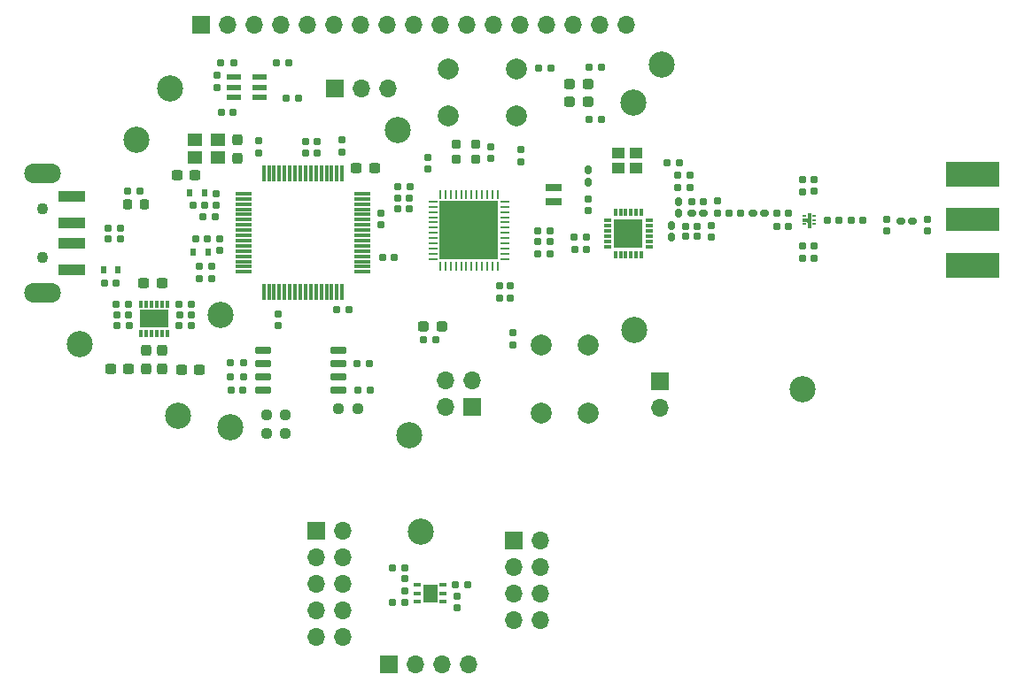
<source format=gts>
G04 #@! TF.GenerationSoftware,KiCad,Pcbnew,6.0.7*
G04 #@! TF.CreationDate,2022-07-31T19:24:19+02:00*
G04 #@! TF.ProjectId,LoRaDongle_iCE40,4c6f5261-446f-46e6-976c-655f69434534,1.0*
G04 #@! TF.SameCoordinates,Original*
G04 #@! TF.FileFunction,Soldermask,Top*
G04 #@! TF.FilePolarity,Negative*
%FSLAX46Y46*%
G04 Gerber Fmt 4.6, Leading zero omitted, Abs format (unit mm)*
G04 Created by KiCad (PCBNEW 6.0.7) date 2022-07-31 19:24:19*
%MOMM*%
%LPD*%
G01*
G04 APERTURE LIST*
G04 Aperture macros list*
%AMRoundRect*
0 Rectangle with rounded corners*
0 $1 Rounding radius*
0 $2 $3 $4 $5 $6 $7 $8 $9 X,Y pos of 4 corners*
0 Add a 4 corners polygon primitive as box body*
4,1,4,$2,$3,$4,$5,$6,$7,$8,$9,$2,$3,0*
0 Add four circle primitives for the rounded corners*
1,1,$1+$1,$2,$3*
1,1,$1+$1,$4,$5*
1,1,$1+$1,$6,$7*
1,1,$1+$1,$8,$9*
0 Add four rect primitives between the rounded corners*
20,1,$1+$1,$2,$3,$4,$5,0*
20,1,$1+$1,$4,$5,$6,$7,0*
20,1,$1+$1,$6,$7,$8,$9,0*
20,1,$1+$1,$8,$9,$2,$3,0*%
G04 Aperture macros list end*
%ADD10C,0.001000*%
%ADD11RoundRect,0.160000X-0.197500X-0.160000X0.197500X-0.160000X0.197500X0.160000X-0.197500X0.160000X0*%
%ADD12C,2.500000*%
%ADD13RoundRect,0.218750X0.218750X0.256250X-0.218750X0.256250X-0.218750X-0.256250X0.218750X-0.256250X0*%
%ADD14RoundRect,0.155000X0.212500X0.155000X-0.212500X0.155000X-0.212500X-0.155000X0.212500X-0.155000X0*%
%ADD15RoundRect,0.155000X0.155000X-0.212500X0.155000X0.212500X-0.155000X0.212500X-0.155000X-0.212500X0*%
%ADD16RoundRect,0.160000X0.197500X0.160000X-0.197500X0.160000X-0.197500X-0.160000X0.197500X-0.160000X0*%
%ADD17R,0.600000X0.800000*%
%ADD18C,2.000000*%
%ADD19RoundRect,0.155000X-0.155000X0.212500X-0.155000X-0.212500X0.155000X-0.212500X0.155000X0.212500X0*%
%ADD20RoundRect,0.155000X-0.212500X-0.155000X0.212500X-0.155000X0.212500X0.155000X-0.212500X0.155000X0*%
%ADD21C,1.100000*%
%ADD22R,2.500000X1.100000*%
%ADD23O,3.500000X1.900000*%
%ADD24RoundRect,0.237500X-0.237500X0.300000X-0.237500X-0.300000X0.237500X-0.300000X0.237500X0.300000X0*%
%ADD25RoundRect,0.237500X0.300000X0.237500X-0.300000X0.237500X-0.300000X-0.237500X0.300000X-0.237500X0*%
%ADD26R,1.400000X1.200000*%
%ADD27RoundRect,0.160000X0.160000X-0.222500X0.160000X0.222500X-0.160000X0.222500X-0.160000X-0.222500X0*%
%ADD28RoundRect,0.160000X-0.160000X0.222500X-0.160000X-0.222500X0.160000X-0.222500X0.160000X0.222500X0*%
%ADD29RoundRect,0.160000X-0.222500X-0.160000X0.222500X-0.160000X0.222500X0.160000X-0.222500X0.160000X0*%
%ADD30R,0.330000X0.150000*%
%ADD31R,0.300000X0.800000*%
%ADD32R,0.800000X0.300000*%
%ADD33R,2.700000X2.700000*%
%ADD34R,1.600000X0.650000*%
%ADD35RoundRect,0.160000X0.160000X-0.197500X0.160000X0.197500X-0.160000X0.197500X-0.160000X-0.197500X0*%
%ADD36RoundRect,0.237500X-0.237500X0.287500X-0.237500X-0.287500X0.237500X-0.287500X0.237500X0.287500X0*%
%ADD37RoundRect,0.237500X0.237500X-0.287500X0.237500X0.287500X-0.237500X0.287500X-0.237500X-0.287500X0*%
%ADD38RoundRect,0.237500X-0.300000X-0.237500X0.300000X-0.237500X0.300000X0.237500X-0.300000X0.237500X0*%
%ADD39R,1.400000X0.600000*%
%ADD40R,0.300000X0.650000*%
%ADD41R,2.750000X1.750000*%
%ADD42RoundRect,0.200000X-0.250000X0.200000X-0.250000X-0.200000X0.250000X-0.200000X0.250000X0.200000X0*%
%ADD43RoundRect,0.237500X-0.287500X-0.237500X0.287500X-0.237500X0.287500X0.237500X-0.287500X0.237500X0*%
%ADD44R,1.150000X1.000000*%
%ADD45RoundRect,0.237500X0.287500X0.237500X-0.287500X0.237500X-0.287500X-0.237500X0.287500X-0.237500X0*%
%ADD46R,0.750000X0.450000*%
%ADD47R,1.350000X1.740000*%
%ADD48R,1.700000X1.700000*%
%ADD49O,1.700000X1.700000*%
%ADD50RoundRect,0.075000X-0.700000X-0.075000X0.700000X-0.075000X0.700000X0.075000X-0.700000X0.075000X0*%
%ADD51RoundRect,0.075000X-0.075000X-0.700000X0.075000X-0.700000X0.075000X0.700000X-0.075000X0.700000X0*%
%ADD52RoundRect,0.237500X-0.250000X-0.237500X0.250000X-0.237500X0.250000X0.237500X-0.250000X0.237500X0*%
%ADD53RoundRect,0.160000X-0.160000X0.197500X-0.160000X-0.197500X0.160000X-0.197500X0.160000X0.197500X0*%
%ADD54RoundRect,0.150000X0.650000X0.150000X-0.650000X0.150000X-0.650000X-0.150000X0.650000X-0.150000X0*%
%ADD55RoundRect,0.062500X-0.375000X-0.062500X0.375000X-0.062500X0.375000X0.062500X-0.375000X0.062500X0*%
%ADD56RoundRect,0.062500X-0.062500X-0.375000X0.062500X-0.375000X0.062500X0.375000X-0.062500X0.375000X0*%
%ADD57R,5.600000X5.600000*%
%ADD58R,5.080000X2.286000*%
%ADD59R,5.080000X2.413000*%
G04 APERTURE END LIST*
G36*
X176392000Y-95865000D02*
G01*
X176442000Y-96065000D01*
X176442000Y-96415000D01*
X176392000Y-96615000D01*
X176392000Y-96915000D01*
X176192000Y-96915000D01*
X176192000Y-96490000D01*
X176042000Y-96340000D01*
X175617000Y-96340000D01*
X175617000Y-96140000D01*
X176042000Y-96140000D01*
X176192000Y-95990000D01*
X176192000Y-95565000D01*
X176392000Y-95565000D01*
X176392000Y-95865000D01*
G37*
D10*
X176392000Y-95865000D02*
X176442000Y-96065000D01*
X176442000Y-96415000D01*
X176392000Y-96615000D01*
X176392000Y-96915000D01*
X176192000Y-96915000D01*
X176192000Y-96490000D01*
X176042000Y-96340000D01*
X175617000Y-96340000D01*
X175617000Y-96140000D01*
X176042000Y-96140000D01*
X176192000Y-95990000D01*
X176192000Y-95565000D01*
X176392000Y-95565000D01*
X176392000Y-95865000D01*
D11*
X150442500Y-81750000D03*
X151637500Y-81750000D03*
D12*
X175630000Y-112430000D03*
X138050000Y-116860000D03*
X121000000Y-116100000D03*
X116000000Y-115000000D03*
X159580000Y-106790000D03*
D13*
X112710000Y-94740000D03*
X111135000Y-94740000D03*
D14*
X132275000Y-104840000D03*
X131140000Y-104840000D03*
D15*
X131650000Y-89747500D03*
X131650000Y-88612500D03*
D16*
X119217500Y-101830000D03*
X118022500Y-101830000D03*
X112350000Y-93460000D03*
X111155000Y-93460000D03*
X110447500Y-98060000D03*
X109252500Y-98060000D03*
X110457500Y-97030000D03*
X109262500Y-97030000D03*
D17*
X117080000Y-93610000D03*
X118480000Y-93610000D03*
D15*
X119907500Y-99185000D03*
X119907500Y-98050000D03*
D18*
X148320000Y-81790000D03*
X141820000Y-81790000D03*
X141820000Y-86290000D03*
X148320000Y-86290000D03*
D16*
X122197500Y-109920000D03*
X121002500Y-109920000D03*
D11*
X121002500Y-111240000D03*
X122197500Y-111240000D03*
X133132500Y-112510000D03*
X134327500Y-112510000D03*
D16*
X134247500Y-109970000D03*
X133052500Y-109970000D03*
D11*
X139432500Y-107730000D03*
X140627500Y-107730000D03*
D19*
X135390000Y-95592500D03*
X135390000Y-96727500D03*
D20*
X121032500Y-112500000D03*
X122167500Y-112500000D03*
D14*
X129297500Y-89800000D03*
X128162500Y-89800000D03*
D17*
X108818000Y-101056000D03*
X110218000Y-101056000D03*
D20*
X108932500Y-102300000D03*
X110067500Y-102300000D03*
D16*
X119497500Y-95970000D03*
X118302500Y-95970000D03*
D21*
X103030000Y-95210000D03*
X103030000Y-99810000D03*
D22*
X105780000Y-101010000D03*
X105780000Y-98510000D03*
X105780000Y-96510000D03*
X105780000Y-94010000D03*
D23*
X103030000Y-91810000D03*
X103030000Y-103210000D03*
D24*
X121648000Y-88583500D03*
X121648000Y-90308500D03*
D25*
X117610500Y-91946000D03*
X115885500Y-91946000D03*
D26*
X119800000Y-88570000D03*
X117600000Y-88570000D03*
X117600000Y-90270000D03*
X119800000Y-90270000D03*
D27*
X155140000Y-92622500D03*
X155140000Y-91477500D03*
D28*
X163810000Y-94482500D03*
X163810000Y-95627500D03*
D20*
X153862500Y-99060000D03*
X154997500Y-99060000D03*
D29*
X185037500Y-96340000D03*
X186182500Y-96340000D03*
D20*
X163742500Y-91940000D03*
X164877500Y-91940000D03*
D14*
X169747500Y-95640000D03*
X168612500Y-95640000D03*
D29*
X170893500Y-95640000D03*
X172038500Y-95640000D03*
D30*
X175807000Y-95890000D03*
X175807000Y-96590000D03*
X176777000Y-96590000D03*
X176777000Y-96240000D03*
X176777000Y-95890000D03*
D31*
X160260000Y-95540000D03*
X159760000Y-95540000D03*
X159260000Y-95540000D03*
X158760000Y-95540000D03*
X158260000Y-95540000D03*
X157760000Y-95540000D03*
D32*
X157010000Y-96290000D03*
X157010000Y-96790000D03*
X157010000Y-97290000D03*
X157010000Y-97790000D03*
X157010000Y-98290000D03*
X157010000Y-98790000D03*
D31*
X157760000Y-99540000D03*
X158260000Y-99540000D03*
X158760000Y-99540000D03*
X159260000Y-99540000D03*
X159760000Y-99540000D03*
X160260000Y-99540000D03*
D32*
X161010000Y-98790000D03*
X161010000Y-98290000D03*
X161010000Y-97790000D03*
X161010000Y-97290000D03*
X161010000Y-96790000D03*
X161010000Y-96290000D03*
D33*
X159010000Y-97540000D03*
D34*
X151900000Y-93167500D03*
X151900000Y-94517500D03*
D20*
X164442500Y-97840000D03*
X165577500Y-97840000D03*
D28*
X163110000Y-96767500D03*
X163110000Y-97912500D03*
D15*
X155140000Y-95367500D03*
X155140000Y-94232500D03*
D19*
X176780000Y-92372500D03*
X176780000Y-93507500D03*
D15*
X187610000Y-97307500D03*
X187610000Y-96172500D03*
D14*
X166191500Y-94540000D03*
X165056500Y-94540000D03*
D19*
X176780000Y-98762500D03*
X176780000Y-99897500D03*
D20*
X178010500Y-96240000D03*
X179145500Y-96240000D03*
X164442500Y-96840000D03*
X165577500Y-96840000D03*
D29*
X165051500Y-95640000D03*
X166196500Y-95640000D03*
D20*
X173184500Y-96840000D03*
X174319500Y-96840000D03*
X162722500Y-90740000D03*
X163857500Y-90740000D03*
X153842500Y-97910000D03*
X154977500Y-97910000D03*
D19*
X166910000Y-96772500D03*
X166910000Y-97907500D03*
D20*
X163742500Y-93140000D03*
X164877500Y-93140000D03*
D15*
X167500000Y-95587500D03*
X167500000Y-94452500D03*
D14*
X181431500Y-96236000D03*
X180296500Y-96236000D03*
D20*
X173184500Y-95640000D03*
X174319500Y-95640000D03*
D15*
X183710000Y-97307500D03*
X183710000Y-96172500D03*
D35*
X175618000Y-99937500D03*
X175618000Y-98742500D03*
X175618000Y-93537500D03*
X175618000Y-92342500D03*
D11*
X116079500Y-104322000D03*
X117274500Y-104322000D03*
D16*
X117264500Y-106362000D03*
X116069500Y-106362000D03*
D36*
X114450000Y-108748000D03*
X114450000Y-110498000D03*
D37*
X112930000Y-110508000D03*
X112930000Y-108758000D03*
D38*
X112682000Y-102307000D03*
X114407000Y-102307000D03*
D20*
X116119500Y-105332000D03*
X117254500Y-105332000D03*
D25*
X117992500Y-110543000D03*
X116267500Y-110543000D03*
D14*
X129297500Y-88700000D03*
X128162500Y-88700000D03*
X118527500Y-94840000D03*
X117392500Y-94840000D03*
D15*
X125530000Y-106357500D03*
X125530000Y-105222500D03*
D20*
X120122500Y-85910000D03*
X121257500Y-85910000D03*
D16*
X127457500Y-84550000D03*
X126262500Y-84550000D03*
D39*
X123760000Y-84500000D03*
X123760000Y-83550000D03*
X123760000Y-82600000D03*
X121260000Y-82600000D03*
X121260000Y-83550000D03*
X121260000Y-84500000D03*
D11*
X125382500Y-81180000D03*
X126577500Y-81180000D03*
D19*
X119600000Y-93702500D03*
X119600000Y-94837500D03*
D14*
X118795000Y-98047500D03*
X117660000Y-98047500D03*
D17*
X117437500Y-99307500D03*
X118837500Y-99307500D03*
D40*
X114932000Y-104307000D03*
X114432000Y-104307000D03*
X113932000Y-104307000D03*
X113432000Y-104307000D03*
X112932000Y-104307000D03*
X112432000Y-104307000D03*
X112432000Y-107107000D03*
X112932000Y-107107000D03*
X113432000Y-107107000D03*
X113932000Y-107107000D03*
X114432000Y-107107000D03*
X114932000Y-107107000D03*
D41*
X113682000Y-105707000D03*
D19*
X148705250Y-89515000D03*
X148705250Y-90650000D03*
X139878000Y-90222500D03*
X139878000Y-91357500D03*
D15*
X146698000Y-103687500D03*
X146698000Y-102552500D03*
D14*
X151497500Y-99498000D03*
X150362500Y-99498000D03*
D19*
X145885000Y-89237500D03*
X145885000Y-90372500D03*
D42*
X144380000Y-88960000D03*
X142530000Y-88960000D03*
X142530000Y-90410000D03*
X144380000Y-90410000D03*
D14*
X138097500Y-94160000D03*
X136962500Y-94160000D03*
X151497500Y-98310000D03*
X150362500Y-98310000D03*
X138122500Y-93072000D03*
X136987500Y-93072000D03*
D15*
X147710000Y-103687500D03*
X147710000Y-102552500D03*
D43*
X153420000Y-84950000D03*
X155170000Y-84950000D03*
X153420000Y-83250000D03*
X155170000Y-83250000D03*
D16*
X156432500Y-86600000D03*
X155237500Y-86600000D03*
X156432500Y-81600000D03*
X155237500Y-81600000D03*
D12*
X120030000Y-105350000D03*
D44*
X159765000Y-89850000D03*
X158015000Y-89850000D03*
X158015000Y-91250000D03*
X159765000Y-91250000D03*
D38*
X109527500Y-110533000D03*
X111252500Y-110533000D03*
D14*
X111219500Y-105332000D03*
X110084500Y-105332000D03*
D16*
X111249500Y-104332000D03*
X110054500Y-104332000D03*
D11*
X110086500Y-106332000D03*
X111281500Y-106332000D03*
D12*
X139200000Y-126100000D03*
D45*
X141180000Y-106395000D03*
X139430000Y-106395000D03*
D12*
X111950000Y-88580000D03*
D46*
X138812500Y-131200000D03*
X138812500Y-132000000D03*
X138812500Y-132800000D03*
X141312500Y-132800000D03*
X141312500Y-132000000D03*
X141312500Y-131200000D03*
D47*
X140062500Y-132000000D03*
D48*
X162000000Y-111725000D03*
D49*
X162000000Y-114265000D03*
D48*
X130988000Y-83678000D03*
D49*
X133528000Y-83678000D03*
X136068000Y-83678000D03*
D50*
X122225000Y-93720000D03*
X122225000Y-94220000D03*
X122225000Y-94720000D03*
X122225000Y-95220000D03*
X122225000Y-95720000D03*
X122225000Y-96220000D03*
X122225000Y-96720000D03*
X122225000Y-97220000D03*
X122225000Y-97720000D03*
X122225000Y-98220000D03*
X122225000Y-98720000D03*
X122225000Y-99220000D03*
X122225000Y-99720000D03*
X122225000Y-100220000D03*
X122225000Y-100720000D03*
X122225000Y-101220000D03*
D51*
X124150000Y-103145000D03*
X124650000Y-103145000D03*
X125150000Y-103145000D03*
X125650000Y-103145000D03*
X126150000Y-103145000D03*
X126650000Y-103145000D03*
X127150000Y-103145000D03*
X127650000Y-103145000D03*
X128150000Y-103145000D03*
X128650000Y-103145000D03*
X129150000Y-103145000D03*
X129650000Y-103145000D03*
X130150000Y-103145000D03*
X130650000Y-103145000D03*
X131150000Y-103145000D03*
X131650000Y-103145000D03*
D50*
X133575000Y-101220000D03*
X133575000Y-100720000D03*
X133575000Y-100220000D03*
X133575000Y-99720000D03*
X133575000Y-99220000D03*
X133575000Y-98720000D03*
X133575000Y-98220000D03*
X133575000Y-97720000D03*
X133575000Y-97220000D03*
X133575000Y-96720000D03*
X133575000Y-96220000D03*
X133575000Y-95720000D03*
X133575000Y-95220000D03*
X133575000Y-94720000D03*
X133575000Y-94220000D03*
X133575000Y-93720000D03*
D51*
X131650000Y-91795000D03*
X131150000Y-91795000D03*
X130650000Y-91795000D03*
X130150000Y-91795000D03*
X129650000Y-91795000D03*
X129150000Y-91795000D03*
X128650000Y-91795000D03*
X128150000Y-91795000D03*
X127650000Y-91795000D03*
X127150000Y-91795000D03*
X126650000Y-91795000D03*
X126150000Y-91795000D03*
X125650000Y-91795000D03*
X125150000Y-91795000D03*
X124650000Y-91795000D03*
X124150000Y-91795000D03*
D19*
X123670000Y-88672500D03*
X123670000Y-89807500D03*
D12*
X159510000Y-85030000D03*
D14*
X138107500Y-95210000D03*
X136972500Y-95210000D03*
D12*
X162160000Y-81390000D03*
D11*
X120072500Y-81180000D03*
X121267500Y-81180000D03*
D52*
X124415000Y-114940000D03*
X126240000Y-114940000D03*
X124407500Y-116690000D03*
X126232500Y-116690000D03*
D38*
X133017500Y-91290000D03*
X134742500Y-91290000D03*
D15*
X142640000Y-133397500D03*
X142640000Y-132262500D03*
D53*
X148000000Y-107015000D03*
X148000000Y-108210000D03*
D48*
X144045000Y-114135000D03*
D49*
X141505000Y-114135000D03*
X144045000Y-111595000D03*
X141505000Y-111595000D03*
D12*
X137000000Y-87600000D03*
D54*
X131300000Y-112505000D03*
X131300000Y-111235000D03*
X131300000Y-109965000D03*
X131300000Y-108695000D03*
X124100000Y-108695000D03*
X124100000Y-109965000D03*
X124100000Y-111235000D03*
X124100000Y-112505000D03*
D55*
X140332500Y-94480000D03*
X140332500Y-94980000D03*
X140332500Y-95480000D03*
X140332500Y-95980000D03*
X140332500Y-96480000D03*
X140332500Y-96980000D03*
X140332500Y-97480000D03*
X140332500Y-97980000D03*
X140332500Y-98480000D03*
X140332500Y-98980000D03*
X140332500Y-99480000D03*
X140332500Y-99980000D03*
D56*
X141020000Y-100667500D03*
X141520000Y-100667500D03*
X142020000Y-100667500D03*
X142520000Y-100667500D03*
X143020000Y-100667500D03*
X143520000Y-100667500D03*
X144020000Y-100667500D03*
X144520000Y-100667500D03*
X145020000Y-100667500D03*
X145520000Y-100667500D03*
X146020000Y-100667500D03*
X146520000Y-100667500D03*
D55*
X147207500Y-99980000D03*
X147207500Y-99480000D03*
X147207500Y-98980000D03*
X147207500Y-98480000D03*
X147207500Y-97980000D03*
X147207500Y-97480000D03*
X147207500Y-96980000D03*
X147207500Y-96480000D03*
X147207500Y-95980000D03*
X147207500Y-95480000D03*
X147207500Y-94980000D03*
X147207500Y-94480000D03*
D56*
X146520000Y-93792500D03*
X146020000Y-93792500D03*
X145520000Y-93792500D03*
X145020000Y-93792500D03*
X144520000Y-93792500D03*
X144020000Y-93792500D03*
X143520000Y-93792500D03*
X143020000Y-93792500D03*
X142520000Y-93792500D03*
X142020000Y-93792500D03*
X141520000Y-93792500D03*
X141020000Y-93792500D03*
D57*
X143770000Y-97230000D03*
D18*
X150640000Y-114700000D03*
X150640000Y-108200000D03*
X155140000Y-108200000D03*
X155140000Y-114700000D03*
D48*
X129150000Y-126000000D03*
D49*
X131690000Y-126000000D03*
X129150000Y-128540000D03*
X131690000Y-128540000D03*
X129150000Y-131080000D03*
X131690000Y-131080000D03*
X129150000Y-133620000D03*
X131690000Y-133620000D03*
X129150000Y-136160000D03*
X131690000Y-136160000D03*
D12*
X115230000Y-83680000D03*
D53*
X119720000Y-82362500D03*
X119720000Y-83557500D03*
D16*
X137640000Y-132830000D03*
X136445000Y-132830000D03*
D19*
X137652500Y-130592500D03*
X137652500Y-131727500D03*
D48*
X148037500Y-126920000D03*
D49*
X150577500Y-126920000D03*
X148037500Y-129460000D03*
X150577500Y-129460000D03*
X148037500Y-132000000D03*
X150577500Y-132000000D03*
X148037500Y-134540000D03*
X150577500Y-134540000D03*
D12*
X106600000Y-108100000D03*
D52*
X131307500Y-114270000D03*
X133132500Y-114270000D03*
D48*
X136132500Y-138810000D03*
D49*
X138672500Y-138810000D03*
X141212500Y-138810000D03*
X143752500Y-138810000D03*
D14*
X136637500Y-99800000D03*
X135502500Y-99800000D03*
D20*
X118022500Y-100690000D03*
X119157500Y-100690000D03*
D14*
X151497500Y-97260000D03*
X150362500Y-97260000D03*
D58*
X191940000Y-96230000D03*
D59*
X191940000Y-91848500D03*
X191940000Y-100611500D03*
D16*
X137630000Y-129550000D03*
X136435000Y-129550000D03*
D48*
X118145000Y-77570000D03*
D49*
X120685000Y-77570000D03*
X123225000Y-77570000D03*
X125765000Y-77570000D03*
X128305000Y-77570000D03*
X130845000Y-77570000D03*
X133385000Y-77570000D03*
X135925000Y-77570000D03*
X138465000Y-77570000D03*
X141005000Y-77570000D03*
X143545000Y-77570000D03*
X146085000Y-77570000D03*
X148625000Y-77570000D03*
X151165000Y-77570000D03*
X153705000Y-77570000D03*
X156245000Y-77570000D03*
X158785000Y-77570000D03*
D11*
X142487500Y-131180000D03*
X143682500Y-131180000D03*
M02*

</source>
